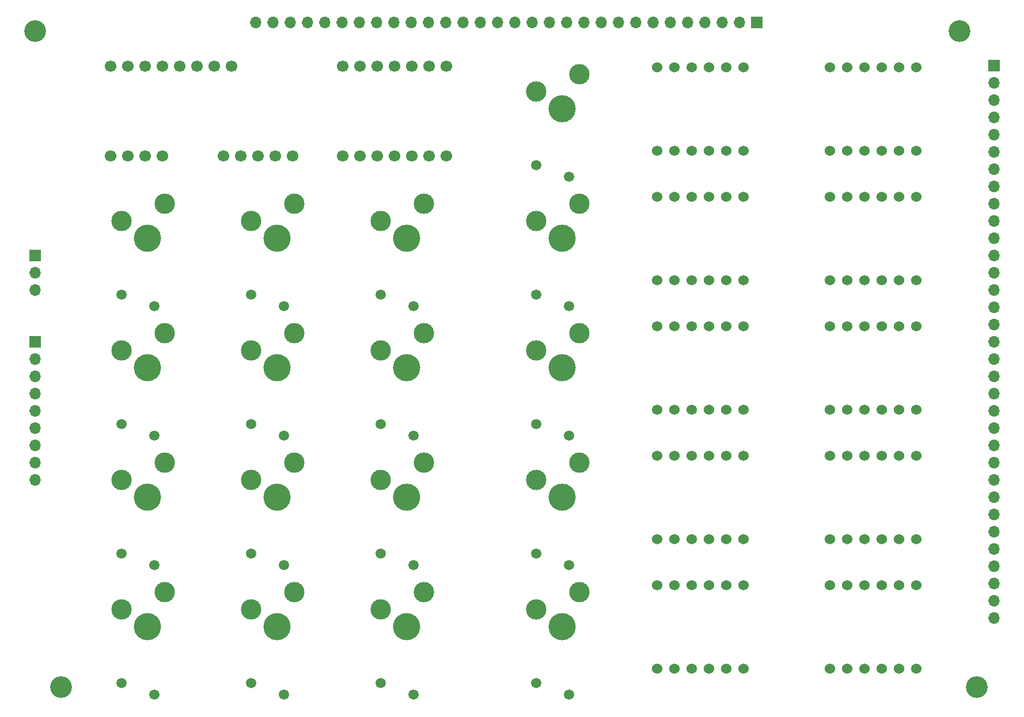
<source format=gbr>
%TF.GenerationSoftware,KiCad,Pcbnew,(5.1.9)-1*%
%TF.CreationDate,2021-05-15T18:53:33-04:00*%
%TF.ProjectId,UFC,5546432e-6b69-4636-9164-5f7063625858,rev?*%
%TF.SameCoordinates,Original*%
%TF.FileFunction,Soldermask,Bot*%
%TF.FilePolarity,Negative*%
%FSLAX46Y46*%
G04 Gerber Fmt 4.6, Leading zero omitted, Abs format (unit mm)*
G04 Created by KiCad (PCBNEW (5.1.9)-1) date 2021-05-15 18:53:33*
%MOMM*%
%LPD*%
G01*
G04 APERTURE LIST*
%ADD10O,1.700000X1.700000*%
%ADD11R,1.700000X1.700000*%
%ADD12C,3.200000*%
%ADD13C,1.524000*%
%ADD14C,1.700000*%
%ADD15C,1.500000*%
%ADD16C,4.000000*%
%ADD17C,3.000000*%
G04 APERTURE END LIST*
D10*
%TO.C,J9*%
X107315000Y-50800000D03*
X109855000Y-50800000D03*
X112395000Y-50800000D03*
X114935000Y-50800000D03*
X117475000Y-50800000D03*
X120015000Y-50800000D03*
X122555000Y-50800000D03*
X125095000Y-50800000D03*
X127635000Y-50800000D03*
X130175000Y-50800000D03*
X132715000Y-50800000D03*
X135255000Y-50800000D03*
X137795000Y-50800000D03*
X140335000Y-50800000D03*
X142875000Y-50800000D03*
X145415000Y-50800000D03*
X147955000Y-50800000D03*
X150495000Y-50800000D03*
X153035000Y-50800000D03*
X155575000Y-50800000D03*
X158115000Y-50800000D03*
X160655000Y-50800000D03*
X163195000Y-50800000D03*
X165735000Y-50800000D03*
X168275000Y-50800000D03*
X170815000Y-50800000D03*
X173355000Y-50800000D03*
X175895000Y-50800000D03*
X178435000Y-50800000D03*
D11*
X180975000Y-50800000D03*
%TD*%
D12*
%TO.C,MH4*%
X78740000Y-148590000D03*
%TD*%
%TO.C,MH3*%
X213360000Y-148590000D03*
%TD*%
%TO.C,MH2*%
X210820000Y-52070000D03*
%TD*%
%TO.C,MH1*%
X74930000Y-52070000D03*
%TD*%
D13*
%TO.C,DS2*%
X204470000Y-69660000D03*
X201930000Y-69660000D03*
X199390000Y-69660000D03*
X196850000Y-69660000D03*
X194310000Y-69660000D03*
X191770000Y-69660000D03*
X179070000Y-69660000D03*
X176530000Y-69660000D03*
X173990000Y-69660000D03*
X171450000Y-69660000D03*
X168910000Y-69660000D03*
X166370000Y-69660000D03*
X204470000Y-57340000D03*
X201930000Y-57340000D03*
X199390000Y-57340000D03*
X196850000Y-57340000D03*
X194310000Y-57340000D03*
X191770000Y-57340000D03*
X179070000Y-57340000D03*
X176530000Y-57340000D03*
X173990000Y-57340000D03*
X171450000Y-57340000D03*
X168910000Y-57340000D03*
X166370000Y-57340000D03*
%TD*%
D10*
%TO.C,J7*%
X215900000Y-138430000D03*
X215900000Y-135890000D03*
X215900000Y-133350000D03*
X215900000Y-130810000D03*
X215900000Y-128270000D03*
X215900000Y-125730000D03*
X215900000Y-123190000D03*
X215900000Y-120650000D03*
X215900000Y-118110000D03*
X215900000Y-115570000D03*
X215900000Y-113030000D03*
X215900000Y-110490000D03*
X215900000Y-107950000D03*
X215900000Y-105410000D03*
X215900000Y-102870000D03*
X215900000Y-100330000D03*
X215900000Y-97790000D03*
X215900000Y-95250000D03*
X215900000Y-92710000D03*
X215900000Y-90170000D03*
X215900000Y-87630000D03*
X215900000Y-85090000D03*
X215900000Y-82550000D03*
X215900000Y-80010000D03*
X215900000Y-77470000D03*
X215900000Y-74930000D03*
X215900000Y-72390000D03*
X215900000Y-69850000D03*
X215900000Y-67310000D03*
X215900000Y-64770000D03*
X215900000Y-62230000D03*
X215900000Y-59690000D03*
D11*
X215900000Y-57150000D03*
%TD*%
D10*
%TO.C,J5*%
X74930000Y-118110000D03*
X74930000Y-115570000D03*
X74930000Y-113030000D03*
X74930000Y-110490000D03*
X74930000Y-107950000D03*
X74930000Y-105410000D03*
X74930000Y-102870000D03*
X74930000Y-100330000D03*
D11*
X74930000Y-97790000D03*
%TD*%
D10*
%TO.C,J3*%
X74930000Y-90170000D03*
X74930000Y-87630000D03*
D11*
X74930000Y-85090000D03*
%TD*%
D13*
%TO.C,DS5*%
X204470000Y-126810000D03*
X201930000Y-126810000D03*
X199390000Y-126810000D03*
X196850000Y-126810000D03*
X194310000Y-126810000D03*
X191770000Y-126810000D03*
X179070000Y-126810000D03*
X176530000Y-126810000D03*
X173990000Y-126810000D03*
X171450000Y-126810000D03*
X168910000Y-126810000D03*
X166370000Y-126810000D03*
X204470000Y-114490000D03*
X201930000Y-114490000D03*
X199390000Y-114490000D03*
X196850000Y-114490000D03*
X194310000Y-114490000D03*
X191770000Y-114490000D03*
X179070000Y-114490000D03*
X176530000Y-114490000D03*
X173990000Y-114490000D03*
X171450000Y-114490000D03*
X168910000Y-114490000D03*
X166370000Y-114490000D03*
%TD*%
%TO.C,DS4*%
X204470000Y-107760000D03*
X201930000Y-107760000D03*
X199390000Y-107760000D03*
X196850000Y-107760000D03*
X194310000Y-107760000D03*
X191770000Y-107760000D03*
X179070000Y-107760000D03*
X176530000Y-107760000D03*
X173990000Y-107760000D03*
X171450000Y-107760000D03*
X168910000Y-107760000D03*
X166370000Y-107760000D03*
X204470000Y-95440000D03*
X201930000Y-95440000D03*
X199390000Y-95440000D03*
X196850000Y-95440000D03*
X194310000Y-95440000D03*
X191770000Y-95440000D03*
X179070000Y-95440000D03*
X176530000Y-95440000D03*
X173990000Y-95440000D03*
X171450000Y-95440000D03*
X168910000Y-95440000D03*
X166370000Y-95440000D03*
%TD*%
%TO.C,DS3*%
X204470000Y-88710000D03*
X201930000Y-88710000D03*
X199390000Y-88710000D03*
X196850000Y-88710000D03*
X194310000Y-88710000D03*
X191770000Y-88710000D03*
X179070000Y-88710000D03*
X176530000Y-88710000D03*
X173990000Y-88710000D03*
X171450000Y-88710000D03*
X168910000Y-88710000D03*
X166370000Y-88710000D03*
X204470000Y-76390000D03*
X201930000Y-76390000D03*
X199390000Y-76390000D03*
X196850000Y-76390000D03*
X194310000Y-76390000D03*
X191770000Y-76390000D03*
X179070000Y-76390000D03*
X176530000Y-76390000D03*
X173990000Y-76390000D03*
X171450000Y-76390000D03*
X168910000Y-76390000D03*
X166370000Y-76390000D03*
%TD*%
D14*
%TO.C,DS1*%
X135380000Y-70362000D03*
X132840000Y-70362000D03*
X130300000Y-70362000D03*
X127760000Y-70362000D03*
X125220000Y-70362000D03*
X122680000Y-70362000D03*
X120140000Y-70362000D03*
X112780000Y-70362000D03*
X110240000Y-70362000D03*
X107700000Y-70362000D03*
X105160000Y-70362000D03*
X102620000Y-70362000D03*
X93600000Y-70362000D03*
X91060000Y-70362000D03*
X88520000Y-70362000D03*
X85980000Y-70362000D03*
X135380000Y-57152000D03*
X132840000Y-57152000D03*
X130300000Y-57152000D03*
X127760000Y-57152000D03*
X125220000Y-57152000D03*
X122680000Y-57152000D03*
X120140000Y-57152000D03*
X103760000Y-57152000D03*
X101220000Y-57152000D03*
X98680000Y-57152000D03*
X96140000Y-57152000D03*
X93600000Y-57152000D03*
X91060000Y-57152000D03*
X88520000Y-57152000D03*
X85980000Y-57152000D03*
%TD*%
D13*
%TO.C,DS6*%
X204470000Y-145860000D03*
X201930000Y-145860000D03*
X199390000Y-145860000D03*
X196850000Y-145860000D03*
X194310000Y-145860000D03*
X191770000Y-145860000D03*
X179070000Y-145860000D03*
X176530000Y-145860000D03*
X173990000Y-145860000D03*
X171450000Y-145860000D03*
X168910000Y-145860000D03*
X166370000Y-145860000D03*
X204470000Y-133540000D03*
X201930000Y-133540000D03*
X199390000Y-133540000D03*
X196850000Y-133540000D03*
X194310000Y-133540000D03*
X191770000Y-133540000D03*
X179070000Y-133540000D03*
X176530000Y-133540000D03*
X173990000Y-133540000D03*
X171450000Y-133540000D03*
X168910000Y-133540000D03*
X166370000Y-133540000D03*
%TD*%
D15*
%TO.C,D17*%
X148590000Y-147951040D03*
X153363639Y-149688502D03*
%TD*%
%TO.C,D16*%
X148590000Y-128901040D03*
X153363639Y-130638502D03*
%TD*%
%TO.C,D15*%
X148590000Y-109851040D03*
X153363639Y-111588502D03*
%TD*%
%TO.C,D14*%
X148590000Y-90801040D03*
X153363639Y-92538502D03*
%TD*%
%TO.C,D13*%
X148590000Y-71751040D03*
X153363639Y-73488502D03*
%TD*%
%TO.C,D1*%
X87630000Y-90801040D03*
X92403639Y-92538502D03*
%TD*%
%TO.C,D2*%
X106680000Y-90801040D03*
X111453639Y-92538502D03*
%TD*%
%TO.C,D3*%
X125730000Y-90801040D03*
X130503639Y-92538502D03*
%TD*%
%TO.C,D4*%
X87630000Y-109851040D03*
X92403639Y-111588502D03*
%TD*%
%TO.C,D5*%
X106680000Y-109851040D03*
X111453639Y-111588502D03*
%TD*%
%TO.C,D6*%
X125730000Y-109851040D03*
X130503639Y-111588502D03*
%TD*%
%TO.C,D7*%
X87630000Y-128901040D03*
X92403639Y-130638502D03*
%TD*%
%TO.C,D8*%
X106680000Y-128901040D03*
X111453639Y-130638502D03*
%TD*%
%TO.C,D9*%
X125730000Y-128901040D03*
X130503639Y-130638502D03*
%TD*%
%TO.C,D10*%
X87630000Y-147951040D03*
X92403639Y-149688502D03*
%TD*%
%TO.C,D11*%
X106680000Y-147951040D03*
X111453639Y-149688502D03*
%TD*%
%TO.C,D12*%
X125730000Y-147951040D03*
X130503639Y-149688502D03*
%TD*%
D16*
%TO.C,SW1*%
X91440000Y-82550000D03*
D17*
X87630000Y-80010000D03*
X93980000Y-77470000D03*
%TD*%
D16*
%TO.C,SW2*%
X110490000Y-82550000D03*
D17*
X106680000Y-80010000D03*
X113030000Y-77470000D03*
%TD*%
D16*
%TO.C,SW3*%
X129540000Y-82550000D03*
D17*
X125730000Y-80010000D03*
X132080000Y-77470000D03*
%TD*%
D16*
%TO.C,SW4*%
X91440000Y-101600000D03*
D17*
X87630000Y-99060000D03*
X93980000Y-96520000D03*
%TD*%
D16*
%TO.C,SW5*%
X110490000Y-101600000D03*
D17*
X106680000Y-99060000D03*
X113030000Y-96520000D03*
%TD*%
D16*
%TO.C,SW6*%
X129540000Y-101600000D03*
D17*
X125730000Y-99060000D03*
X132080000Y-96520000D03*
%TD*%
D16*
%TO.C,SW7*%
X91440000Y-120650000D03*
D17*
X87630000Y-118110000D03*
X93980000Y-115570000D03*
%TD*%
D16*
%TO.C,SW8*%
X110490000Y-120650000D03*
D17*
X106680000Y-118110000D03*
X113030000Y-115570000D03*
%TD*%
D16*
%TO.C,SW9*%
X129540000Y-120650000D03*
D17*
X125730000Y-118110000D03*
X132080000Y-115570000D03*
%TD*%
D16*
%TO.C,SW10*%
X91440000Y-139700000D03*
D17*
X87630000Y-137160000D03*
X93980000Y-134620000D03*
%TD*%
D16*
%TO.C,SW11*%
X110490000Y-139700000D03*
D17*
X106680000Y-137160000D03*
X113030000Y-134620000D03*
%TD*%
D16*
%TO.C,SW12*%
X129540000Y-139700000D03*
D17*
X125730000Y-137160000D03*
X132080000Y-134620000D03*
%TD*%
D16*
%TO.C,SW13*%
X152400000Y-63500000D03*
D17*
X148590000Y-60960000D03*
X154940000Y-58420000D03*
%TD*%
D16*
%TO.C,SW14*%
X152400000Y-82550000D03*
D17*
X148590000Y-80010000D03*
X154940000Y-77470000D03*
%TD*%
D16*
%TO.C,SW15*%
X152400000Y-101600000D03*
D17*
X148590000Y-99060000D03*
X154940000Y-96520000D03*
%TD*%
D16*
%TO.C,SW16*%
X152400000Y-120650000D03*
D17*
X148590000Y-118110000D03*
X154940000Y-115570000D03*
%TD*%
D16*
%TO.C,SW17*%
X152400000Y-139700000D03*
D17*
X148590000Y-137160000D03*
X154940000Y-134620000D03*
%TD*%
M02*

</source>
